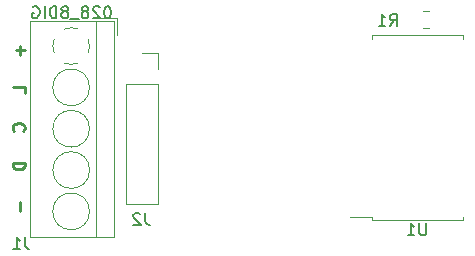
<source format=gbr>
G04 #@! TF.GenerationSoftware,KiCad,Pcbnew,5.1.5+dfsg1-2build2*
G04 #@! TF.CreationDate,2021-11-16T18:40:55-05:00*
G04 #@! TF.ProjectId,028INCH_8DIGIT,30323849-4e43-4485-9f38-44494749542e,rev?*
G04 #@! TF.SameCoordinates,Original*
G04 #@! TF.FileFunction,Legend,Bot*
G04 #@! TF.FilePolarity,Positive*
%FSLAX46Y46*%
G04 Gerber Fmt 4.6, Leading zero omitted, Abs format (unit mm)*
G04 Created by KiCad (PCBNEW 5.1.5+dfsg1-2build2) date 2021-11-16 18:40:55*
%MOMM*%
%LPD*%
G04 APERTURE LIST*
%ADD10C,0.250000*%
%ADD11C,0.150000*%
%ADD12C,0.120000*%
G04 APERTURE END LIST*
D10*
X102344528Y-103475709D02*
X102344528Y-104237614D01*
X102725480Y-103856661D02*
X101963576Y-103856661D01*
X102725480Y-107475709D02*
X102725480Y-106999519D01*
X101725480Y-106999519D01*
X102630242Y-110666185D02*
X102677861Y-110618566D01*
X102725480Y-110475709D01*
X102725480Y-110380471D01*
X102677861Y-110237614D01*
X102582623Y-110142376D01*
X102487385Y-110094757D01*
X102296909Y-110047138D01*
X102154052Y-110047138D01*
X101963576Y-110094757D01*
X101868338Y-110142376D01*
X101773100Y-110237614D01*
X101725480Y-110380471D01*
X101725480Y-110475709D01*
X101773100Y-110618566D01*
X101820719Y-110666185D01*
X102725480Y-113380471D02*
X101725480Y-113380471D01*
X101725480Y-113618566D01*
X101773100Y-113761423D01*
X101868338Y-113856661D01*
X101963576Y-113904280D01*
X102154052Y-113951900D01*
X102296909Y-113951900D01*
X102487385Y-113904280D01*
X102582623Y-113856661D01*
X102677861Y-113761423D01*
X102725480Y-113618566D01*
X102725480Y-113380471D01*
X102344528Y-116666185D02*
X102344528Y-117428090D01*
D11*
X109800638Y-100137980D02*
X109705400Y-100137980D01*
X109610161Y-100185600D01*
X109562542Y-100233219D01*
X109514923Y-100328457D01*
X109467304Y-100518933D01*
X109467304Y-100757028D01*
X109514923Y-100947504D01*
X109562542Y-101042742D01*
X109610161Y-101090361D01*
X109705400Y-101137980D01*
X109800638Y-101137980D01*
X109895876Y-101090361D01*
X109943495Y-101042742D01*
X109991114Y-100947504D01*
X110038733Y-100757028D01*
X110038733Y-100518933D01*
X109991114Y-100328457D01*
X109943495Y-100233219D01*
X109895876Y-100185600D01*
X109800638Y-100137980D01*
X109086352Y-100233219D02*
X109038733Y-100185600D01*
X108943495Y-100137980D01*
X108705400Y-100137980D01*
X108610161Y-100185600D01*
X108562542Y-100233219D01*
X108514923Y-100328457D01*
X108514923Y-100423695D01*
X108562542Y-100566552D01*
X109133971Y-101137980D01*
X108514923Y-101137980D01*
X107943495Y-100566552D02*
X108038733Y-100518933D01*
X108086352Y-100471314D01*
X108133971Y-100376076D01*
X108133971Y-100328457D01*
X108086352Y-100233219D01*
X108038733Y-100185600D01*
X107943495Y-100137980D01*
X107753019Y-100137980D01*
X107657780Y-100185600D01*
X107610161Y-100233219D01*
X107562542Y-100328457D01*
X107562542Y-100376076D01*
X107610161Y-100471314D01*
X107657780Y-100518933D01*
X107753019Y-100566552D01*
X107943495Y-100566552D01*
X108038733Y-100614171D01*
X108086352Y-100661790D01*
X108133971Y-100757028D01*
X108133971Y-100947504D01*
X108086352Y-101042742D01*
X108038733Y-101090361D01*
X107943495Y-101137980D01*
X107753019Y-101137980D01*
X107657780Y-101090361D01*
X107610161Y-101042742D01*
X107562542Y-100947504D01*
X107562542Y-100757028D01*
X107610161Y-100661790D01*
X107657780Y-100614171D01*
X107753019Y-100566552D01*
X107372066Y-101233219D02*
X106610161Y-101233219D01*
X106229209Y-100566552D02*
X106324447Y-100518933D01*
X106372066Y-100471314D01*
X106419685Y-100376076D01*
X106419685Y-100328457D01*
X106372066Y-100233219D01*
X106324447Y-100185600D01*
X106229209Y-100137980D01*
X106038733Y-100137980D01*
X105943495Y-100185600D01*
X105895876Y-100233219D01*
X105848257Y-100328457D01*
X105848257Y-100376076D01*
X105895876Y-100471314D01*
X105943495Y-100518933D01*
X106038733Y-100566552D01*
X106229209Y-100566552D01*
X106324447Y-100614171D01*
X106372066Y-100661790D01*
X106419685Y-100757028D01*
X106419685Y-100947504D01*
X106372066Y-101042742D01*
X106324447Y-101090361D01*
X106229209Y-101137980D01*
X106038733Y-101137980D01*
X105943495Y-101090361D01*
X105895876Y-101042742D01*
X105848257Y-100947504D01*
X105848257Y-100757028D01*
X105895876Y-100661790D01*
X105943495Y-100614171D01*
X106038733Y-100566552D01*
X105419685Y-101137980D02*
X105419685Y-100137980D01*
X105181590Y-100137980D01*
X105038733Y-100185600D01*
X104943495Y-100280838D01*
X104895876Y-100376076D01*
X104848257Y-100566552D01*
X104848257Y-100709409D01*
X104895876Y-100899885D01*
X104943495Y-100995123D01*
X105038733Y-101090361D01*
X105181590Y-101137980D01*
X105419685Y-101137980D01*
X104419685Y-101137980D02*
X104419685Y-100137980D01*
X103419685Y-100185600D02*
X103514923Y-100137980D01*
X103657780Y-100137980D01*
X103800638Y-100185600D01*
X103895876Y-100280838D01*
X103943495Y-100376076D01*
X103991114Y-100566552D01*
X103991114Y-100709409D01*
X103943495Y-100899885D01*
X103895876Y-100995123D01*
X103800638Y-101090361D01*
X103657780Y-101137980D01*
X103562542Y-101137980D01*
X103419685Y-101090361D01*
X103372066Y-101042742D01*
X103372066Y-100709409D01*
X103562542Y-100709409D01*
D12*
X132106000Y-117959000D02*
X130291000Y-117959000D01*
X132106000Y-118224000D02*
X132106000Y-117959000D01*
X135966000Y-118224000D02*
X132106000Y-118224000D01*
X139826000Y-118224000D02*
X139826000Y-117959000D01*
X135966000Y-118224000D02*
X139826000Y-118224000D01*
X132106000Y-102604000D02*
X132106000Y-102869000D01*
X135966000Y-102604000D02*
X132106000Y-102604000D01*
X139826000Y-102604000D02*
X139826000Y-102869000D01*
X135966000Y-102604000D02*
X139826000Y-102604000D01*
X136441748Y-100572000D02*
X136964252Y-100572000D01*
X136441748Y-101992000D02*
X136964252Y-101992000D01*
X113979000Y-104090000D02*
X112649000Y-104090000D01*
X113979000Y-105420000D02*
X113979000Y-104090000D01*
X113979000Y-106690000D02*
X111319000Y-106690000D01*
X111319000Y-106690000D02*
X111319000Y-116910000D01*
X113979000Y-106690000D02*
X113979000Y-116910000D01*
X113979000Y-116910000D02*
X111319000Y-116910000D01*
X110567000Y-101100000D02*
X110567000Y-102600000D01*
X108827000Y-101100000D02*
X110567000Y-101100000D01*
X103207000Y-119660000D02*
X110327000Y-119660000D01*
X103207000Y-101340000D02*
X110327000Y-101340000D01*
X110327000Y-101340000D02*
X110327000Y-119660000D01*
X103207000Y-101340000D02*
X103207000Y-119660000D01*
X108767000Y-101340000D02*
X108767000Y-119660000D01*
X108222000Y-117500000D02*
G75*
G03X108222000Y-117500000I-1555000J0D01*
G01*
X108222000Y-114000000D02*
G75*
G03X108222000Y-114000000I-1555000J0D01*
G01*
X108222000Y-110500000D02*
G75*
G03X108222000Y-110500000I-1555000J0D01*
G01*
X108222000Y-107000000D02*
G75*
G03X108222000Y-107000000I-1555000J0D01*
G01*
X108222492Y-103527011D02*
G75*
G03X108099000Y-102892000I-1555492J27011D01*
G01*
X107274742Y-102067891D02*
G75*
G03X106059000Y-102068000I-607742J-1432109D01*
G01*
X105234891Y-102892258D02*
G75*
G03X105235000Y-104108000I1432109J-607742D01*
G01*
X106059258Y-104932109D02*
G75*
G03X107275000Y-104932000I607742J1432109D01*
G01*
X108098385Y-104107587D02*
G75*
G03X108222000Y-103500000I-1431385J607587D01*
G01*
D11*
X136727904Y-118516380D02*
X136727904Y-119325904D01*
X136680285Y-119421142D01*
X136632666Y-119468761D01*
X136537428Y-119516380D01*
X136346952Y-119516380D01*
X136251714Y-119468761D01*
X136204095Y-119421142D01*
X136156476Y-119325904D01*
X136156476Y-118516380D01*
X135156476Y-119516380D02*
X135727904Y-119516380D01*
X135442190Y-119516380D02*
X135442190Y-118516380D01*
X135537428Y-118659238D01*
X135632666Y-118754476D01*
X135727904Y-118802095D01*
X133656366Y-101785680D02*
X133989700Y-101309490D01*
X134227795Y-101785680D02*
X134227795Y-100785680D01*
X133846842Y-100785680D01*
X133751604Y-100833300D01*
X133703985Y-100880919D01*
X133656366Y-100976157D01*
X133656366Y-101119014D01*
X133703985Y-101214252D01*
X133751604Y-101261871D01*
X133846842Y-101309490D01*
X134227795Y-101309490D01*
X132703985Y-101785680D02*
X133275414Y-101785680D01*
X132989700Y-101785680D02*
X132989700Y-100785680D01*
X133084938Y-100928538D01*
X133180176Y-101023776D01*
X133275414Y-101071395D01*
X112931533Y-117638580D02*
X112931533Y-118352866D01*
X112979152Y-118495723D01*
X113074390Y-118590961D01*
X113217247Y-118638580D01*
X113312485Y-118638580D01*
X112502961Y-117733819D02*
X112455342Y-117686200D01*
X112360104Y-117638580D01*
X112122009Y-117638580D01*
X112026771Y-117686200D01*
X111979152Y-117733819D01*
X111931533Y-117829057D01*
X111931533Y-117924295D01*
X111979152Y-118067152D01*
X112550580Y-118638580D01*
X111931533Y-118638580D01*
X102758833Y-119683280D02*
X102758833Y-120397566D01*
X102806452Y-120540423D01*
X102901690Y-120635661D01*
X103044547Y-120683280D01*
X103139785Y-120683280D01*
X101758833Y-120683280D02*
X102330261Y-120683280D01*
X102044547Y-120683280D02*
X102044547Y-119683280D01*
X102139785Y-119826138D01*
X102235023Y-119921376D01*
X102330261Y-119968995D01*
M02*

</source>
